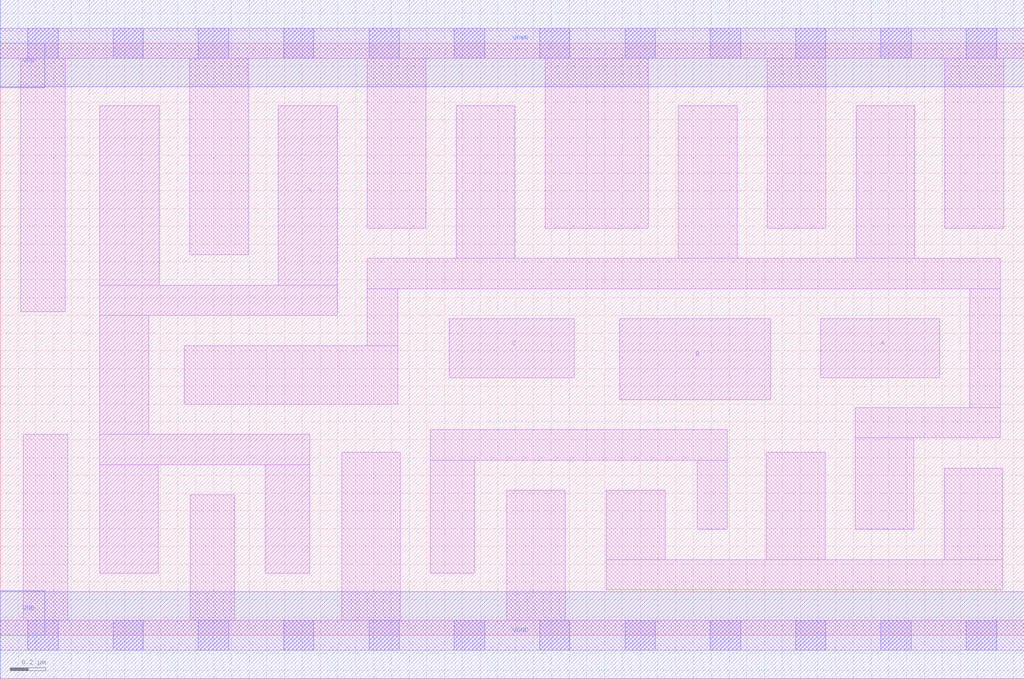
<source format=lef>
# Copyright 2020 The SkyWater PDK Authors
#
# Licensed under the Apache License, Version 2.0 (the "License");
# you may not use this file except in compliance with the License.
# You may obtain a copy of the License at
#
#     https://www.apache.org/licenses/LICENSE-2.0
#
# Unless required by applicable law or agreed to in writing, software
# distributed under the License is distributed on an "AS IS" BASIS,
# WITHOUT WARRANTIES OR CONDITIONS OF ANY KIND, either express or implied.
# See the License for the specific language governing permissions and
# limitations under the License.
#
# SPDX-License-Identifier: Apache-2.0

VERSION 5.5 ;
NAMESCASESENSITIVE ON ;
BUSBITCHARS "[]" ;
DIVIDERCHAR "/" ;
MACRO sky130_fd_sc_hs__and3_4
  CLASS CORE ;
  SOURCE USER ;
  ORIGIN  0.000000  0.000000 ;
  SIZE  5.760000 BY  3.330000 ;
  SYMMETRY X Y ;
  SITE unit ;
  PIN A
    ANTENNAGATEAREA  0.444000 ;
    DIRECTION INPUT ;
    USE SIGNAL ;
    PORT
      LAYER li1 ;
        RECT 4.615000 1.450000 5.285000 1.780000 ;
    END
  END A
  PIN B
    ANTENNAGATEAREA  0.444000 ;
    DIRECTION INPUT ;
    USE SIGNAL ;
    PORT
      LAYER li1 ;
        RECT 3.485000 1.325000 4.335000 1.780000 ;
    END
  END B
  PIN C
    ANTENNAGATEAREA  0.444000 ;
    DIRECTION INPUT ;
    USE SIGNAL ;
    PORT
      LAYER li1 ;
        RECT 2.525000 1.450000 3.230000 1.780000 ;
    END
  END C
  PIN X
    ANTENNADIFFAREA  1.086400 ;
    DIRECTION OUTPUT ;
    USE SIGNAL ;
    PORT
      LAYER li1 ;
        RECT 0.560000 0.350000 0.890000 0.960000 ;
        RECT 0.560000 0.960000 1.740000 1.130000 ;
        RECT 0.560000 1.130000 0.835000 1.800000 ;
        RECT 0.560000 1.800000 1.895000 1.970000 ;
        RECT 0.560000 1.970000 0.895000 2.980000 ;
        RECT 1.490000 0.350000 1.740000 0.960000 ;
        RECT 1.565000 1.970000 1.895000 2.980000 ;
    END
  END X
  PIN VGND
    DIRECTION INOUT ;
    USE GROUND ;
    PORT
      LAYER met1 ;
        RECT 0.000000 -0.245000 5.760000 0.245000 ;
    END
  END VGND
  PIN VNB
    DIRECTION INOUT ;
    USE GROUND ;
    PORT
      LAYER met1 ;
        RECT 0.000000 0.000000 0.250000 0.250000 ;
    END
  END VNB
  PIN VPB
    DIRECTION INOUT ;
    USE POWER ;
    PORT
      LAYER met1 ;
        RECT 0.000000 3.080000 0.250000 3.330000 ;
    END
  END VPB
  PIN VPWR
    DIRECTION INOUT ;
    USE POWER ;
    PORT
      LAYER met1 ;
        RECT 0.000000 3.085000 5.760000 3.575000 ;
    END
  END VPWR
  OBS
    LAYER li1 ;
      RECT 0.000000 -0.085000 5.760000 0.085000 ;
      RECT 0.000000  3.245000 5.760000 3.415000 ;
      RECT 0.115000  1.820000 0.365000 3.245000 ;
      RECT 0.130000  0.085000 0.380000 1.130000 ;
      RECT 1.035000  1.300000 2.235000 1.630000 ;
      RECT 1.065000  2.140000 1.395000 3.245000 ;
      RECT 1.070000  0.085000 1.320000 0.790000 ;
      RECT 1.920000  0.085000 2.250000 1.030000 ;
      RECT 2.065000  1.630000 2.235000 1.950000 ;
      RECT 2.065000  1.950000 5.625000 2.120000 ;
      RECT 2.065000  2.290000 2.395000 3.245000 ;
      RECT 2.420000  0.350000 2.670000 0.985000 ;
      RECT 2.420000  0.985000 4.090000 1.155000 ;
      RECT 2.565000  2.120000 2.895000 2.980000 ;
      RECT 2.850000  0.085000 3.180000 0.815000 ;
      RECT 3.065000  2.290000 3.645000 3.245000 ;
      RECT 3.410000  0.255000 5.640000 0.425000 ;
      RECT 3.410000  0.425000 3.740000 0.815000 ;
      RECT 3.815000  2.120000 4.145000 2.980000 ;
      RECT 3.920000  0.595000 4.090000 0.985000 ;
      RECT 4.310000  0.425000 4.640000 1.030000 ;
      RECT 4.315000  2.290000 4.645000 3.245000 ;
      RECT 4.810000  0.595000 5.140000 1.110000 ;
      RECT 4.810000  1.110000 5.625000 1.280000 ;
      RECT 4.815000  2.120000 5.145000 2.980000 ;
      RECT 5.310000  0.425000 5.640000 0.940000 ;
      RECT 5.315000  2.290000 5.645000 3.245000 ;
      RECT 5.455000  1.280000 5.625000 1.950000 ;
    LAYER mcon ;
      RECT 0.155000 -0.085000 0.325000 0.085000 ;
      RECT 0.155000  3.245000 0.325000 3.415000 ;
      RECT 0.635000 -0.085000 0.805000 0.085000 ;
      RECT 0.635000  3.245000 0.805000 3.415000 ;
      RECT 1.115000 -0.085000 1.285000 0.085000 ;
      RECT 1.115000  3.245000 1.285000 3.415000 ;
      RECT 1.595000 -0.085000 1.765000 0.085000 ;
      RECT 1.595000  3.245000 1.765000 3.415000 ;
      RECT 2.075000 -0.085000 2.245000 0.085000 ;
      RECT 2.075000  3.245000 2.245000 3.415000 ;
      RECT 2.555000 -0.085000 2.725000 0.085000 ;
      RECT 2.555000  3.245000 2.725000 3.415000 ;
      RECT 3.035000 -0.085000 3.205000 0.085000 ;
      RECT 3.035000  3.245000 3.205000 3.415000 ;
      RECT 3.515000 -0.085000 3.685000 0.085000 ;
      RECT 3.515000  3.245000 3.685000 3.415000 ;
      RECT 3.995000 -0.085000 4.165000 0.085000 ;
      RECT 3.995000  3.245000 4.165000 3.415000 ;
      RECT 4.475000 -0.085000 4.645000 0.085000 ;
      RECT 4.475000  3.245000 4.645000 3.415000 ;
      RECT 4.955000 -0.085000 5.125000 0.085000 ;
      RECT 4.955000  3.245000 5.125000 3.415000 ;
      RECT 5.435000 -0.085000 5.605000 0.085000 ;
      RECT 5.435000  3.245000 5.605000 3.415000 ;
  END
END sky130_fd_sc_hs__and3_4
END LIBRARY

</source>
